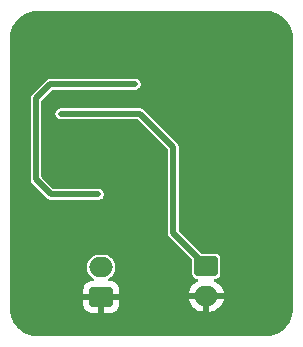
<source format=gbl>
G04 #@! TF.GenerationSoftware,KiCad,Pcbnew,9.0.1-9.0.1-0~ubuntu24.04.1*
G04 #@! TF.CreationDate,2025-05-08T14:48:16+02:00*
G04 #@! TF.ProjectId,MP1584-5V,4d503135-3834-42d3-9556-2e6b69636164,rev?*
G04 #@! TF.SameCoordinates,Original*
G04 #@! TF.FileFunction,Copper,L2,Bot*
G04 #@! TF.FilePolarity,Positive*
%FSLAX46Y46*%
G04 Gerber Fmt 4.6, Leading zero omitted, Abs format (unit mm)*
G04 Created by KiCad (PCBNEW 9.0.1-9.0.1-0~ubuntu24.04.1) date 2025-05-08 14:48:16*
%MOMM*%
%LPD*%
G01*
G04 APERTURE LIST*
G04 Aperture macros list*
%AMRoundRect*
0 Rectangle with rounded corners*
0 $1 Rounding radius*
0 $2 $3 $4 $5 $6 $7 $8 $9 X,Y pos of 4 corners*
0 Add a 4 corners polygon primitive as box body*
4,1,4,$2,$3,$4,$5,$6,$7,$8,$9,$2,$3,0*
0 Add four circle primitives for the rounded corners*
1,1,$1+$1,$2,$3*
1,1,$1+$1,$4,$5*
1,1,$1+$1,$6,$7*
1,1,$1+$1,$8,$9*
0 Add four rect primitives between the rounded corners*
20,1,$1+$1,$2,$3,$4,$5,0*
20,1,$1+$1,$4,$5,$6,$7,0*
20,1,$1+$1,$6,$7,$8,$9,0*
20,1,$1+$1,$8,$9,$2,$3,0*%
G04 Aperture macros list end*
G04 #@! TA.AperFunction,ComponentPad*
%ADD10RoundRect,0.250000X0.750000X-0.600000X0.750000X0.600000X-0.750000X0.600000X-0.750000X-0.600000X0*%
G04 #@! TD*
G04 #@! TA.AperFunction,ComponentPad*
%ADD11O,2.000000X1.700000*%
G04 #@! TD*
G04 #@! TA.AperFunction,ComponentPad*
%ADD12RoundRect,0.250000X-0.750000X0.600000X-0.750000X-0.600000X0.750000X-0.600000X0.750000X0.600000X0*%
G04 #@! TD*
G04 #@! TA.AperFunction,ViaPad*
%ADD13C,0.600000*%
G04 #@! TD*
G04 #@! TA.AperFunction,ViaPad*
%ADD14C,0.450000*%
G04 #@! TD*
G04 #@! TA.AperFunction,Conductor*
%ADD15C,0.500000*%
G04 #@! TD*
G04 APERTURE END LIST*
D10*
X161430000Y-105460000D03*
D11*
X161430000Y-102960000D03*
D12*
X170330000Y-102870000D03*
D11*
X170330000Y-105370000D03*
D13*
X164470000Y-99000000D03*
D14*
X155835000Y-108175400D03*
D13*
X161910000Y-90900000D03*
X159510000Y-92500000D03*
D14*
X154525000Y-103175000D03*
D13*
X160310000Y-92500000D03*
X159510000Y-90900000D03*
X157850000Y-91760000D03*
X170010000Y-97020000D03*
D14*
X154525000Y-93175000D03*
D13*
X157050000Y-93360000D03*
D14*
X154525000Y-83175000D03*
X162800000Y-83950000D03*
X167400000Y-108190000D03*
X156700000Y-81950000D03*
X158700000Y-81950000D03*
D13*
X157050000Y-92560000D03*
X159510000Y-91700000D03*
X170020000Y-95260000D03*
D14*
X154525000Y-95175000D03*
X154525000Y-101175000D03*
X154525000Y-97175000D03*
D13*
X160310000Y-90900000D03*
X170020000Y-96140000D03*
D14*
X154525000Y-107175000D03*
D13*
X160310000Y-91700000D03*
X164480000Y-98120000D03*
D14*
X162800000Y-81950000D03*
D13*
X161110000Y-91700000D03*
D14*
X175020000Y-108190000D03*
X172480000Y-108190000D03*
D13*
X157850000Y-93360000D03*
D14*
X154525000Y-99175000D03*
D13*
X161110000Y-90900000D03*
D14*
X160700000Y-81950000D03*
D13*
X161910000Y-92500000D03*
D14*
X158375000Y-108175400D03*
D13*
X161910000Y-91700000D03*
X161110000Y-92500000D03*
X157050000Y-91760000D03*
X157850000Y-90960000D03*
X157050000Y-90960000D03*
X157850000Y-92560000D03*
D14*
X154525000Y-89175000D03*
X169940000Y-108190000D03*
X154525000Y-91175000D03*
X154525000Y-105175000D03*
X160915000Y-108175400D03*
D13*
X164480000Y-97240000D03*
D14*
X161200000Y-96770000D03*
X164320000Y-87450000D03*
X158010000Y-89940000D03*
D15*
X155925000Y-95515000D02*
X155925000Y-88625000D01*
X161200000Y-96770000D02*
X157180000Y-96770000D01*
X157180000Y-96770000D02*
X155925000Y-95515000D01*
X157100000Y-87450000D02*
X164320000Y-87450000D01*
X155925000Y-88625000D02*
X157100000Y-87450000D01*
X167540000Y-92770000D02*
X167540000Y-100080000D01*
X167540000Y-100080000D02*
X170330000Y-102870000D01*
X164710000Y-89940000D02*
X167540000Y-92770000D01*
X158010000Y-89940000D02*
X164710000Y-89940000D01*
G04 #@! TA.AperFunction,Conductor*
G36*
X175423736Y-81250726D02*
G01*
X175683662Y-81266448D01*
X175698524Y-81268253D01*
X175769528Y-81281264D01*
X175950969Y-81314515D01*
X175965498Y-81318096D01*
X176210523Y-81394449D01*
X176224516Y-81399755D01*
X176458562Y-81505091D01*
X176471808Y-81512044D01*
X176691449Y-81644821D01*
X176703760Y-81653319D01*
X176717810Y-81664326D01*
X176905792Y-81811601D01*
X176917000Y-81821531D01*
X177098468Y-82002999D01*
X177108398Y-82014207D01*
X177266676Y-82216233D01*
X177275182Y-82228556D01*
X177407952Y-82448185D01*
X177414911Y-82461444D01*
X177520242Y-82695480D01*
X177525551Y-82709480D01*
X177601901Y-82954494D01*
X177605485Y-82969034D01*
X177651746Y-83221475D01*
X177653551Y-83236339D01*
X177669274Y-83496263D01*
X177669500Y-83503750D01*
X177669500Y-106496249D01*
X177669274Y-106503736D01*
X177653551Y-106763660D01*
X177651746Y-106778524D01*
X177605485Y-107030965D01*
X177601901Y-107045505D01*
X177525551Y-107290519D01*
X177520242Y-107304519D01*
X177414911Y-107538555D01*
X177407952Y-107551814D01*
X177275182Y-107771443D01*
X177266676Y-107783766D01*
X177108398Y-107985792D01*
X177098468Y-107997000D01*
X176917000Y-108178468D01*
X176905792Y-108188398D01*
X176703766Y-108346676D01*
X176691443Y-108355182D01*
X176471814Y-108487952D01*
X176458555Y-108494911D01*
X176224519Y-108600242D01*
X176210519Y-108605551D01*
X175965505Y-108681901D01*
X175950965Y-108685485D01*
X175698524Y-108731746D01*
X175683660Y-108733551D01*
X175423736Y-108749274D01*
X175416249Y-108749500D01*
X155978751Y-108749500D01*
X155971264Y-108749274D01*
X155711339Y-108733551D01*
X155696475Y-108731746D01*
X155444034Y-108685485D01*
X155429494Y-108681901D01*
X155184480Y-108605551D01*
X155170480Y-108600242D01*
X154936444Y-108494911D01*
X154923185Y-108487952D01*
X154703556Y-108355182D01*
X154691233Y-108346676D01*
X154489207Y-108188398D01*
X154477999Y-108178468D01*
X154296531Y-107997000D01*
X154286601Y-107985792D01*
X154128323Y-107783766D01*
X154119821Y-107771449D01*
X153987044Y-107551808D01*
X153980091Y-107538562D01*
X153874755Y-107304516D01*
X153869448Y-107290519D01*
X153793096Y-107045498D01*
X153789514Y-107030965D01*
X153776775Y-106961452D01*
X153743253Y-106778524D01*
X153741448Y-106763660D01*
X153740280Y-106744358D01*
X153725726Y-106503736D01*
X153725500Y-106496249D01*
X153725500Y-104810013D01*
X159930000Y-104810013D01*
X159930000Y-105210000D01*
X160996988Y-105210000D01*
X160964075Y-105267007D01*
X160930000Y-105394174D01*
X160930000Y-105525826D01*
X160964075Y-105652993D01*
X160996988Y-105710000D01*
X159930001Y-105710000D01*
X159930001Y-106109986D01*
X159940494Y-106212697D01*
X159995641Y-106379119D01*
X159995643Y-106379124D01*
X160087684Y-106528345D01*
X160211654Y-106652315D01*
X160360875Y-106744356D01*
X160360880Y-106744358D01*
X160527302Y-106799505D01*
X160527309Y-106799506D01*
X160630019Y-106809999D01*
X161179999Y-106809999D01*
X161180000Y-106809998D01*
X161180000Y-105893012D01*
X161237007Y-105925925D01*
X161364174Y-105960000D01*
X161495826Y-105960000D01*
X161622993Y-105925925D01*
X161680000Y-105893012D01*
X161680000Y-106809999D01*
X162229972Y-106809999D01*
X162229986Y-106809998D01*
X162332697Y-106799505D01*
X162499119Y-106744358D01*
X162499124Y-106744356D01*
X162648345Y-106652315D01*
X162772315Y-106528345D01*
X162864356Y-106379124D01*
X162864358Y-106379119D01*
X162919505Y-106212697D01*
X162919506Y-106212690D01*
X162929999Y-106109986D01*
X162930000Y-106109973D01*
X162930000Y-105710000D01*
X161863012Y-105710000D01*
X161895925Y-105652993D01*
X161930000Y-105525826D01*
X161930000Y-105394174D01*
X161895925Y-105267007D01*
X161863012Y-105210000D01*
X162929999Y-105210000D01*
X162929999Y-104810028D01*
X162929998Y-104810013D01*
X162919505Y-104707302D01*
X162864358Y-104540880D01*
X162864356Y-104540875D01*
X162772315Y-104391654D01*
X162648345Y-104267684D01*
X162499124Y-104175643D01*
X162499119Y-104175641D01*
X162332697Y-104120494D01*
X162332690Y-104120493D01*
X162229986Y-104110000D01*
X162158526Y-104110000D01*
X162091487Y-104090315D01*
X162045732Y-104037511D01*
X162035788Y-103968353D01*
X162064813Y-103904797D01*
X162089633Y-103882899D01*
X162249655Y-103775977D01*
X162395977Y-103629655D01*
X162510941Y-103457598D01*
X162590130Y-103266420D01*
X162630500Y-103063465D01*
X162630500Y-102856535D01*
X162590130Y-102653580D01*
X162510941Y-102462402D01*
X162395977Y-102290345D01*
X162395975Y-102290342D01*
X162249657Y-102144024D01*
X162119593Y-102057119D01*
X162077598Y-102029059D01*
X161886420Y-101949870D01*
X161886412Y-101949868D01*
X161683469Y-101909500D01*
X161683465Y-101909500D01*
X161176535Y-101909500D01*
X161176530Y-101909500D01*
X160973587Y-101949868D01*
X160973579Y-101949870D01*
X160782403Y-102029058D01*
X160610342Y-102144024D01*
X160464024Y-102290342D01*
X160349058Y-102462403D01*
X160269870Y-102653579D01*
X160269868Y-102653587D01*
X160229500Y-102856530D01*
X160229500Y-103063469D01*
X160269868Y-103266412D01*
X160269870Y-103266420D01*
X160349058Y-103457596D01*
X160464024Y-103629657D01*
X160610342Y-103775975D01*
X160610345Y-103775977D01*
X160770367Y-103882899D01*
X160815170Y-103936509D01*
X160823878Y-104005834D01*
X160793724Y-104068862D01*
X160734282Y-104105581D01*
X160701477Y-104110000D01*
X160630029Y-104110000D01*
X160630012Y-104110001D01*
X160527302Y-104120494D01*
X160360880Y-104175641D01*
X160360875Y-104175643D01*
X160211654Y-104267684D01*
X160087684Y-104391654D01*
X159995643Y-104540875D01*
X159995641Y-104540880D01*
X159940494Y-104707302D01*
X159940493Y-104707309D01*
X159930000Y-104810013D01*
X153725500Y-104810013D01*
X153725500Y-88565691D01*
X155474500Y-88565691D01*
X155474500Y-95574308D01*
X155498712Y-95664672D01*
X155505200Y-95688885D01*
X155505200Y-95688886D01*
X155505201Y-95688887D01*
X155564511Y-95791614D01*
X156903386Y-97130489D01*
X157006113Y-97189799D01*
X157006112Y-97189799D01*
X157018394Y-97193089D01*
X157027387Y-97195499D01*
X157027389Y-97195500D01*
X157047106Y-97200782D01*
X157120691Y-97220500D01*
X157120693Y-97220500D01*
X161259306Y-97220500D01*
X161259309Y-97220500D01*
X161373886Y-97189799D01*
X161476613Y-97130489D01*
X161560489Y-97046613D01*
X161619799Y-96943886D01*
X161650500Y-96829309D01*
X161650500Y-96710691D01*
X161619799Y-96596114D01*
X161560489Y-96493387D01*
X161476613Y-96409511D01*
X161373886Y-96350201D01*
X161259309Y-96319500D01*
X161259306Y-96319500D01*
X157417965Y-96319500D01*
X157350926Y-96299815D01*
X157330284Y-96283181D01*
X156411819Y-95364716D01*
X156378334Y-95303393D01*
X156375500Y-95277035D01*
X156375500Y-89880691D01*
X157559500Y-89880691D01*
X157559500Y-89999309D01*
X157590201Y-90113886D01*
X157649511Y-90216613D01*
X157733387Y-90300489D01*
X157836114Y-90359799D01*
X157950691Y-90390500D01*
X164472035Y-90390500D01*
X164539074Y-90410185D01*
X164559716Y-90426819D01*
X167053181Y-92920284D01*
X167086666Y-92981607D01*
X167089500Y-93007965D01*
X167089500Y-100139308D01*
X167113712Y-100229672D01*
X167120200Y-100253885D01*
X167120200Y-100253886D01*
X167120201Y-100253887D01*
X167179511Y-100356614D01*
X167179513Y-100356616D01*
X169093181Y-102270284D01*
X169126666Y-102331607D01*
X169129500Y-102357965D01*
X169129500Y-103524269D01*
X169132353Y-103554699D01*
X169132353Y-103554701D01*
X169177206Y-103682880D01*
X169177207Y-103682882D01*
X169257850Y-103792150D01*
X169367118Y-103872793D01*
X169395994Y-103882897D01*
X169495299Y-103917646D01*
X169525730Y-103920500D01*
X169534676Y-103920500D01*
X169601715Y-103940185D01*
X169647470Y-103992989D01*
X169657414Y-104062147D01*
X169628389Y-104125703D01*
X169590971Y-104154985D01*
X169472442Y-104215379D01*
X169300540Y-104340272D01*
X169300535Y-104340276D01*
X169150276Y-104490535D01*
X169150272Y-104490540D01*
X169025379Y-104662442D01*
X168928904Y-104851782D01*
X168863242Y-105053870D01*
X168863242Y-105053873D01*
X168852769Y-105120000D01*
X169896988Y-105120000D01*
X169864075Y-105177007D01*
X169830000Y-105304174D01*
X169830000Y-105435826D01*
X169864075Y-105562993D01*
X169896988Y-105620000D01*
X168852769Y-105620000D01*
X168863242Y-105686126D01*
X168863242Y-105686129D01*
X168928904Y-105888217D01*
X169025379Y-106077557D01*
X169150272Y-106249459D01*
X169150276Y-106249464D01*
X169300535Y-106399723D01*
X169300540Y-106399727D01*
X169472442Y-106524620D01*
X169661782Y-106621095D01*
X169863870Y-106686757D01*
X170073754Y-106720000D01*
X170080000Y-106720000D01*
X170080000Y-105803012D01*
X170137007Y-105835925D01*
X170264174Y-105870000D01*
X170395826Y-105870000D01*
X170522993Y-105835925D01*
X170580000Y-105803012D01*
X170580000Y-106720000D01*
X170586246Y-106720000D01*
X170796127Y-106686757D01*
X170796130Y-106686757D01*
X170998217Y-106621095D01*
X171187557Y-106524620D01*
X171359459Y-106399727D01*
X171359464Y-106399723D01*
X171509723Y-106249464D01*
X171509727Y-106249459D01*
X171634620Y-106077557D01*
X171731095Y-105888217D01*
X171796757Y-105686129D01*
X171796757Y-105686126D01*
X171807231Y-105620000D01*
X170763012Y-105620000D01*
X170795925Y-105562993D01*
X170830000Y-105435826D01*
X170830000Y-105304174D01*
X170795925Y-105177007D01*
X170763012Y-105120000D01*
X171807231Y-105120000D01*
X171796757Y-105053873D01*
X171796757Y-105053870D01*
X171731095Y-104851782D01*
X171634620Y-104662442D01*
X171509727Y-104490540D01*
X171509723Y-104490535D01*
X171359464Y-104340276D01*
X171359459Y-104340272D01*
X171187557Y-104215379D01*
X171069029Y-104154985D01*
X171018233Y-104107010D01*
X171001438Y-104039189D01*
X171023976Y-103973054D01*
X171078691Y-103929603D01*
X171125324Y-103920500D01*
X171134270Y-103920500D01*
X171164699Y-103917646D01*
X171164701Y-103917646D01*
X171228790Y-103895219D01*
X171292882Y-103872793D01*
X171402150Y-103792150D01*
X171482793Y-103682882D01*
X171505219Y-103618790D01*
X171527646Y-103554701D01*
X171527646Y-103554699D01*
X171530500Y-103524269D01*
X171530500Y-102215730D01*
X171527646Y-102185300D01*
X171527646Y-102185298D01*
X171482793Y-102057119D01*
X171482792Y-102057117D01*
X171402150Y-101947850D01*
X171292882Y-101867207D01*
X171292880Y-101867206D01*
X171164700Y-101822353D01*
X171134270Y-101819500D01*
X171134266Y-101819500D01*
X169967966Y-101819500D01*
X169900927Y-101799815D01*
X169880285Y-101783181D01*
X168026819Y-99929715D01*
X167993334Y-99868392D01*
X167990500Y-99842034D01*
X167990500Y-92710693D01*
X167990500Y-92710691D01*
X167959799Y-92596114D01*
X167959797Y-92596110D01*
X167934731Y-92552694D01*
X167900493Y-92493392D01*
X167900487Y-92493384D01*
X164986616Y-89579513D01*
X164986614Y-89579511D01*
X164935250Y-89549856D01*
X164883888Y-89520201D01*
X164871780Y-89516957D01*
X164859673Y-89513713D01*
X164859670Y-89513712D01*
X164821478Y-89503478D01*
X164769309Y-89489500D01*
X157950691Y-89489500D01*
X157836114Y-89520201D01*
X157836112Y-89520201D01*
X157836112Y-89520202D01*
X157733387Y-89579511D01*
X157733384Y-89579513D01*
X157649513Y-89663384D01*
X157649511Y-89663387D01*
X157590201Y-89766114D01*
X157559500Y-89880691D01*
X156375500Y-89880691D01*
X156375500Y-88862965D01*
X156395185Y-88795926D01*
X156411819Y-88775284D01*
X157250284Y-87936819D01*
X157311607Y-87903334D01*
X157337965Y-87900500D01*
X164379306Y-87900500D01*
X164379309Y-87900500D01*
X164493886Y-87869799D01*
X164596613Y-87810489D01*
X164680489Y-87726613D01*
X164739799Y-87623886D01*
X164770500Y-87509309D01*
X164770500Y-87390691D01*
X164739799Y-87276114D01*
X164680489Y-87173387D01*
X164596613Y-87089511D01*
X164493886Y-87030201D01*
X164379309Y-86999500D01*
X157040691Y-86999500D01*
X156950325Y-87023713D01*
X156950324Y-87023712D01*
X156926116Y-87030199D01*
X156926113Y-87030200D01*
X156823386Y-87089511D01*
X156823383Y-87089513D01*
X155564513Y-88348383D01*
X155564509Y-88348389D01*
X155505201Y-88451112D01*
X155505200Y-88451117D01*
X155474500Y-88565691D01*
X153725500Y-88565691D01*
X153725500Y-83503750D01*
X153725726Y-83496263D01*
X153741448Y-83236339D01*
X153743253Y-83221475D01*
X153789515Y-82969026D01*
X153793095Y-82954505D01*
X153869451Y-82709471D01*
X153874753Y-82695489D01*
X153980095Y-82461430D01*
X153987040Y-82448197D01*
X154119826Y-82228542D01*
X154128313Y-82216246D01*
X154286608Y-82014198D01*
X154296523Y-82003007D01*
X154478007Y-81821523D01*
X154489198Y-81811608D01*
X154691246Y-81653313D01*
X154703542Y-81644826D01*
X154923197Y-81512040D01*
X154936430Y-81505095D01*
X155170489Y-81399753D01*
X155184471Y-81394451D01*
X155429505Y-81318095D01*
X155444026Y-81314515D01*
X155696476Y-81268252D01*
X155711335Y-81266448D01*
X155971264Y-81250726D01*
X155978751Y-81250500D01*
X156019170Y-81250500D01*
X175375830Y-81250500D01*
X175416249Y-81250500D01*
X175423736Y-81250726D01*
G37*
G04 #@! TD.AperFunction*
M02*

</source>
